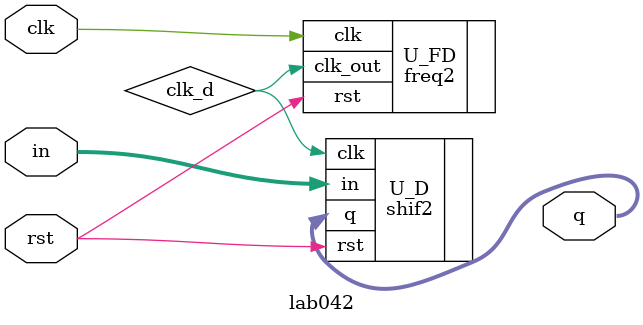
<source format=v>
`define BIT_WIDTH 8
module lab042(
    in,
    q,
    clk,
    rst
    );
    
    output [`BIT_WIDTH-1:0]q;
    input [`BIT_WIDTH-1:0]in;
    input clk;
    input rst;
    wire clk_d;
    wire [`BIT_WIDTH-1:0]q;
    
    freq2 U_FD(.clk_out(clk_d), .clk(clk), .rst(rst));
    
    shif2 U_D(.q(q), .clk(clk_d), .rst(rst), .in(in));
    
endmodule
</source>
